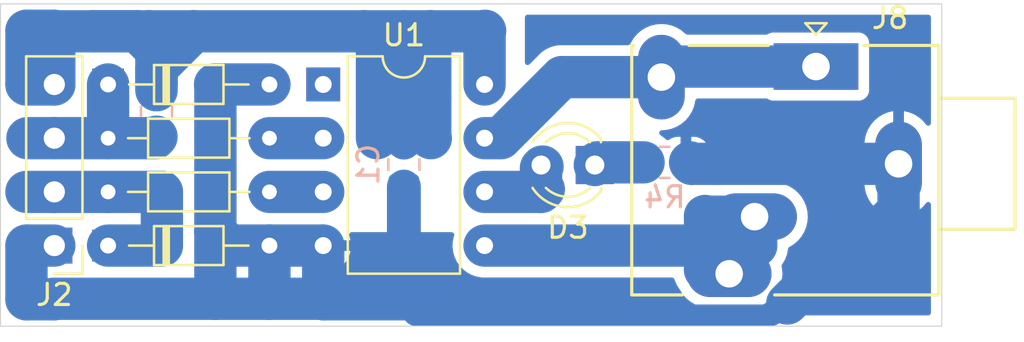
<source format=kicad_pcb>
(kicad_pcb (version 20211014) (generator pcbnew)
  (layers (0 "F.Cu" signal) (31 "B.Cu" signal) (34 "B.Paste" user) (35 "F.Paste" user) (36 "B.SilkS" user "B.Silkscreen") (37 "F.SilkS" user "F.Silkscreen") (38 "B.Mask" user) (39 "F.Mask" user) (44 "Edge.Cuts" user))
  (net 0 "")
  (net 1 "/USB_M")
  (net 2 "/PB3")
  (net 3 "/PB4")
  (net 4 "/PB0")
  (net 5 "/GND")
  (net 6 "/USB_P")
  (net 7 "/VCC")
  (net 8 "/PB2")
  (net 9 "/PB1")
  (net 10 "/PB5")
  (net 11 "Net-(D3-Pad1)")
  (footprint "Resistor_THT:R_Axial_DIN0204_L3.6mm_D1.6mm_P7.62mm_Horizontal" (layer "F.Cu") (at 93.65 98.73 180)
    (fp_text reference "R1" hide)
    (fp_text value "68" hide)
    (fp_line (start 1.89 -0.92) (end 1.89 0.92) (layer "F.SilkS") (width 0.12))
    (fp_line (start 0.94 0) (end 1.89 0) (layer "F.SilkS") (width 0.12))
    (fp_line (start 5.73 -0.92) (end 1.89 -0.92) (layer "F.SilkS") (width 0.12))
    (fp_line (start 6.68 0) (end 5.73 0) (layer "F.SilkS") (width 0.12))
    (fp_line (start 5.73 0.92) (end 5.73 -0.92) (layer "F.SilkS") (width 0.12))
    (fp_line (start 1.89 0.92) (end 5.73 0.92) (layer "F.SilkS") (width 0.12))
    (pad "1" thru_hole circle locked (at 0 0 180) (size 1.4 1.4) (drill 0.7) (layers *.Cu *.Mask) (net 2 "/PB3"))
    (pad "2" thru_hole oval locked (at 7.62 0 180) (size 1.4 1.4) (drill 0.7) (layers *.Cu *.Mask) (net 1 "/USB_M"))
  )
  (footprint "Resistor_THT:R_Axial_DIN0204_L3.6mm_D1.6mm_P7.62mm_Horizontal" (layer "F.Cu") (at 93.65 101.27 180)
    (fp_text reference "R2" hide)
    (fp_text value "68" hide)
    (fp_line (start 1.89 -0.92) (end 1.89 0.92) (layer "F.SilkS") (width 0.12))
    (fp_line (start 6.68 0) (end 5.73 0) (layer "F.SilkS") (width 0.12))
    (fp_line (start 5.73 0.92) (end 5.73 -0.92) (layer "F.SilkS") (width 0.12))
    (fp_line (start 5.73 -0.92) (end 1.89 -0.92) (layer "F.SilkS") (width 0.12))
    (fp_line (start 1.89 0.92) (end 5.73 0.92) (layer "F.SilkS") (width 0.12))
    (fp_line (start 0.94 0) (end 1.89 0) (layer "F.SilkS") (width 0.12))
    (pad "1" thru_hole circle locked (at 0 0 180) (size 1.4 1.4) (drill 0.7) (layers *.Cu *.Mask) (net 3 "/PB4"))
    (pad "2" thru_hole oval locked (at 7.62 0 180) (size 1.4 1.4) (drill 0.7) (layers *.Cu *.Mask) (net 6 "/USB_P"))
  )
  (footprint "Diode_THT:D_DO-34_SOD68_P7.62mm_Horizontal" (layer "F.Cu") (at 86.03 96.19)
    (fp_text reference "D1" hide)
    (fp_text value "3.6V" hide)
    (fp_line (start 2.17 -0.92) (end 2.17 0.92) (layer "F.SilkS") (width 0.12))
    (fp_line (start 6.63 0) (end 5.45 0) (layer "F.SilkS") (width 0.12))
    (fp_line (start 5.45 -0.92) (end 2.17 -0.92) (layer "F.SilkS") (width 0.12))
    (fp_line (start 0.99 0) (end 2.17 0) (layer "F.SilkS") (width 0.12))
    (fp_line (start 2.17 0.92) (end 5.45 0.92) (layer "F.SilkS") (width 0.12))
    (fp_line (start 2.866 -0.92) (end 2.866 0.92) (layer "F.SilkS") (width 0.12))
    (fp_line (start 2.626 -0.92) (end 2.626 0.92) (layer "F.SilkS") (width 0.12))
    (fp_line (start 2.746 -0.92) (end 2.746 0.92) (layer "F.SilkS") (width 0.12))
    (fp_line (start 5.45 0.92) (end 5.45 -0.92) (layer "F.SilkS") (width 0.12))
    (pad "1" thru_hole rect locked (at 0 0) (size 1.5 1.5) (drill 0.75) (layers *.Cu *.Mask) (net 1 "/USB_M"))
    (pad "2" thru_hole oval locked (at 7.62 0) (size 1.5 1.5) (drill 0.75) (layers *.Cu *.Mask) (net 5 "/GND"))
  )
  (footprint "Diode_THT:D_DO-34_SOD68_P7.62mm_Horizontal" (layer "F.Cu") (at 86.03 103.81)
    (fp_text reference "D2" hide)
    (fp_text value "3.6V" hide)
    (fp_line (start 5.45 -0.92) (end 2.17 -0.92) (layer "F.SilkS") (width 0.12))
    (fp_line (start 2.626 -0.92) (end 2.626 0.92) (layer "F.SilkS") (width 0.12))
    (fp_line (start 2.866 -0.92) (end 2.866 0.92) (layer "F.SilkS") (width 0.12))
    (fp_line (start 5.45 0.92) (end 5.45 -0.92) (layer "F.SilkS") (width 0.12))
    (fp_line (start 2.746 -0.92) (end 2.746 0.92) (layer "F.SilkS") (width 0.12))
    (fp_line (start 0.99 0) (end 2.17 0) (layer "F.SilkS") (width 0.12))
    (fp_line (start 2.17 0.92) (end 5.45 0.92) (layer "F.SilkS") (width 0.12))
    (fp_line (start 6.63 0) (end 5.45 0) (layer "F.SilkS") (width 0.12))
    (fp_line (start 2.17 -0.92) (end 2.17 0.92) (layer "F.SilkS") (width 0.12))
    (pad "1" thru_hole rect locked (at 0 0) (size 1.5 1.5) (drill 0.75) (layers *.Cu *.Mask) (net 6 "/USB_P"))
    (pad "2" thru_hole oval locked (at 7.62 0) (size 1.5 1.5) (drill 0.75) (layers *.Cu *.Mask) (net 5 "/GND"))
  )
  (footprint "Connector_PinHeader_2.54mm:PinHeader_1x04_P2.54mm_Vertical" (layer "F.Cu") (at 83.49 103.81 180)
    (fp_text reference "J2" (at 0 -2.33) (layer "F.SilkS"))
    (fp_text value "Conn_01x04_Male" hide)
    (fp_line (start 1.33 1.27) (end 1.33 8.95) (layer "F.SilkS") (width 0.12))
    (fp_line (start -1.33 1.27) (end -1.33 8.95) (layer "F.SilkS") (width 0.12))
    (fp_line (start -1.33 0) (end -1.33 -1.33) (layer "F.SilkS") (width 0.12))
    (fp_line (start -1.33 1.27) (end 1.33 1.27) (layer "F.SilkS") (width 0.12))
    (fp_line (start -1.33 8.95) (end 1.33 8.95) (layer "F.SilkS") (width 0.12))
    (fp_line (start -1.33 -1.33) (end 0 -1.33) (layer "F.SilkS") (width 0.12))
    (pad "1" thru_hole rect locked (at 0 0 180) (size 1.7 1.7) (drill 1) (layers *.Cu *.Mask) (net 5 "/GND"))
    (pad "2" thru_hole oval locked (at 0 2.54 180) (size 1.7 1.7) (drill 1) (layers *.Cu *.Mask) (net 6 "/USB_P"))
    (pad "3" thru_hole oval locked (at 0 5.08 180) (size 1.7 1.7) (drill 1) (layers *.Cu *.Mask) (net 1 "/USB_M"))
    (pad "4" thru_hole oval locked (at 0 7.62 180) (size 1.7 1.7) (drill 1) (layers *.Cu *.Mask) (net 7 "/VCC"))
  )
  (footprint "Package_DIP:DIP-8_W7.62mm" (layer "F.Cu") (at 96.19 96.19)
    (fp_text reference "U1" (at 3.81 -2.33) (layer "F.SilkS"))
    (fp_text value "ATtiny85-20PU" hide)
    (fp_line (start 6.46 -1.33) (end 4.81 -1.33) (layer "F.SilkS") (width 0.12))
    (fp_line (start 6.46 8.95) (end 6.46 -1.33) (layer "F.SilkS") (width 0.12))
    (fp_line (start 2.81 -1.33) (end 1.16 -1.33) (layer "F.SilkS") (width 0.12))
    (fp_line (start 1.16 -1.33) (end 1.16 8.95) (layer "F.SilkS") (width 0.12))
    (fp_line (start 1.16 8.95) (end 6.46 8.95) (layer "F.SilkS") (width 0.12))
    (fp_arc (start 4.81 -1.33) (mid 3.81 -0.33) (end 2.81 -1.33) (layer "F.SilkS") (width 0.12))
    (pad "1" thru_hole rect locked (at 0 0) (size 1.6 1.6) (drill 0.8) (layers *.Cu *.Mask) (net 10 "/PB5"))
    (pad "2" thru_hole oval locked (at 0 2.54) (size 1.6 1.6) (drill 0.8) (layers *.Cu *.Mask) (net 2 "/PB3"))
    (pad "3" thru_hole oval locked (at 0 5.08) (size 1.6 1.6) (drill 0.8) (layers *.Cu *.Mask) (net 3 "/PB4"))
    (pad "4" thru_hole oval locked (at 0 7.62) (size 1.6 1.6) (drill 0.8) (layers *.Cu *.Mask) (net 5 "/GND"))
    (pad "5" thru_hole oval locked (at 7.62 7.62) (size 1.6 1.6) (drill 0.8) (layers *.Cu *.Mask) (net 4 "/PB0"))
    (pad "6" thru_hole oval locked (at 7.62 5.08) (size 1.6 1.6) (drill 0.8) (layers *.Cu *.Mask) (net 9 "/PB1"))
    (pad "7" thru_hole oval locked (at 7.62 2.54) (size 1.6 1.6) (drill 0.8) (layers *.Cu *.Mask) (net 8 "/PB2"))
    (pad "8" thru_hole oval locked (at 7.62 0) (size 1.6 1.6) (drill 0.8) (layers *.Cu *.Mask) (net 7 "/VCC"))
  )
  (footprint "LED_THT:LED_D3.0mm" (layer "F.Cu") (at 109.017 100 180)
    (fp_text reference "D3" (at 1.27 -2.96) (layer "F.SilkS"))
    (fp_text value "LED")
    (fp_line (start -0.29 -1.236) (end -0.29 -1.08) (layer "F.SilkS") (width 0.12))
    (fp_line (start -0.29 1.08) (end -0.29 1.236) (layer "F.SilkS") (width 0.12))
    (fp_arc (start -0.29 -1.235516) (mid 1.366487 -1.987659) (end 2.942335 -1.078608) (layer "F.SilkS") (width 0.12))
    (fp_arc (start 2.31113 1.079837) (mid 1.270117 1.5) (end 0.229039 1.08) (layer "F.SilkS") (width 0.12))
    (fp_arc (start 0.229039 -1.08) (mid 1.270117 -1.5) (end 2.31113 -1.079837) (layer "F.SilkS") (width 0.12))
    (fp_arc (start 2.942335 1.078608) (mid 1.366487 1.987659) (end -0.29 1.235516) (layer "F.SilkS") (width 0.12))
    (pad "1" thru_hole rect (at 0 0 180) (size 1.8 1.8) (drill 0.9) (layers *.Cu *.Mask) (net 11 "Net-(D3-Pad1)"))
    (pad "2" thru_hole circle (at 2.54 0 180) (size 1.8 1.8) (drill 0.9) (layers *.Cu *.Mask) (net 9 "/PB1"))
  )
  (footprint "Connector_Audio:Jack_3.5mm_Ledino_KB3SPRS_Horizontal" (layer "F.Cu") (at 119.462 95.3425 180)
    (fp_text reference "J8" (at -3.5 2.3) (layer "F.SilkS"))
    (fp_text value "AudioJack2_Ground_Switch")
    (fp_line (start 0.5 2.05) (end 0 1.5) (layer "F.SilkS") (width 0.12))
    (fp_line (start 6.3 -10.8) (end 8.7 -10.8) (layer "F.SilkS") (width 0.15))
    (fp_line (start -0.5 2.05) (end 0.5 2.05) (layer "F.SilkS") (width 0.12))
    (fp_line (start 6 1) (end 2.25 1) (layer "F.SilkS") (width 0.15))
    (fp_line (start -5.8 -7.7) (end -9.4 -7.7) (layer "F.SilkS") (width 0.15))
    (fp_line (start -5.8 -10.8) (end 1.95 -10.8) (layer "F.SilkS") (width 0.15))
    (fp_line (start 8.7 1) (end 8.6 1) (layer "F.SilkS") (width 0.15))
    (fp_line (start -5.8 1) (end -5.8 -10.8) (layer "F.SilkS") (width 0.15))
    (fp_line (start 0 1.5) (end -0.5 2.05) (layer "F.SilkS") (width 0.12))
    (fp_line (start -9.4 -1.5) (end -5.8 -1.5) (layer "F.SilkS") (width 0.15))
    (fp_line (start 8.7 -10.8) (end 8.7 1) (layer "F.SilkS") (width 0.15))
    (fp_line (start -2.25 1) (end -5.8 1) (layer "F.SilkS") (width 0.15))
    (fp_line (start -9.4 -7.7) (end -9.4 -1.5) (layer "F.SilkS") (width 0.15))
    (pad "R" thru_hole oval (at 4.1 -9.8 180) (size 4 2.2) (drill 1.3) (layers *.Cu *.Mask) (net 4 "/PB0"))
    (pad "RN" thru_hole oval (at 2.9 -7.1 180) (size 4 2.2) (drill 1.3) (layers *.Cu *.Mask) (net 4 "/PB0"))
    (pad "S" thru_hole oval (at -3.9 -4.6 180) (size 2.2 4) (drill 1.3) (layers *.Cu *.Mask) (net 5 "/GND"))
    (pad "T" thru_hole rect (at 0 0 180) (size 4 2.2) (drill 1.3) (layers *.Cu *.Mask) (net 8 "/PB2"))
    (pad "TN" thru_hole oval (at 7.3 -0.5 270) (size 4 2.2) (drill 1.3) (layers *.Cu *.Mask) (net 8 "/PB2"))
  )
  (footprint "Resistor_SMD:R_0805_2012Metric_Pad1.20x1.40mm_HandSolder" (layer "B.Cu") (at 88.316 97.46 -90)
    (fp_text reference "R3" hide)
    (fp_text value "2.2K" hide)
    (fp_line (start -0.227064 0.735) (end 0.227064 0.735) (layer "B.SilkS") (width 0.12))
    (fp_line (start -0.227064 -0.735) (end 0.227064 -0.735) (layer "B.SilkS") (width 0.12))
    (pad "1" smd roundrect locked (at -1 0 270) (size 1.2 1.4) (layers "B.Cu" "B.Paste" "B.Mask") (roundrect_rratio 0.2083333333) (net 7 "/VCC"))
    (pad "2" smd roundrect locked (at 1 0 270) (size 1.2 1.4) (layers "B.Cu" "B.Paste" "B.Mask") (roundrect_rratio 0.2083333333) (net 1 "/USB_M"))
  )
  (footprint "Capacitor_SMD:C_0805_2012Metric_Pad1.18x1.45mm_HandSolder" (layer "B.Cu") (at 100 99.9785 -90)
    (fp_text reference "C1" (at 0 1.68 90) (layer "B.SilkS") (effects (justify mirror)))
    (fp_text value "0.1")
    (fp_line (start -0.261252 0.735) (end 0.261252 0.735) (layer "B.SilkS") (width 0.12))
    (fp_line (start -0.261252 -0.735) (end 0.261252 -0.735) (layer "B.SilkS") (width 0.12))
    (pad "1" smd roundrect locked (at -1.0375 0 270) (size 1.175 1.45) (layers "B.Cu" "B.Paste" "B.Mask") (roundrect_rratio 0.2127659574) (net 7 "/VCC"))
    (pad "2" smd roundrect locked (at 1.0375 0 270) (size 1.175 1.45) (layers "B.Cu" "B.Paste" "B.Mask") (roundrect_rratio 0.2127659574) (net 5 "/GND"))
  )
  (footprint "Resistor_SMD:R_0805_2012Metric_Pad1.20x1.40mm_HandSolder" (layer "B.Cu") (at 112.319 99.873)
    (fp_text reference "R4" (at 0 1.65) (layer "B.SilkS") (effects (justify mirror)))
    (fp_text value "1k")
    (fp_line (start -0.227064 0.735) (end 0.227064 0.735) (layer "B.SilkS") (width 0.12))
    (fp_line (start -0.227064 -0.735) (end 0.227064 -0.735) (layer "B.SilkS") (width 0.12))
    (pad "1" smd roundrect (at -1 0) (size 1.2 1.4) (layers "B.Cu" "B.Paste" "B.Mask") (roundrect_rratio 0.208333) (net 11 "Net-(D3-Pad1)"))
    (pad "2" smd roundrect (at 1 0) (size 1.2 1.4) (layers "B.Cu" "B.Paste" "B.Mask") (roundrect_rratio 0.208333) (net 5 "/GND"))
  )
  (gr_line (start 80.95 92.38) (end 80.95 107.62) (layer "Edge.Cuts") (width 0.05))
  (gr_line (start 125.4 92.38) (end 125.4 107.62) (layer "Edge.Cuts") (width 0.05))
  (gr_line (start 80.95 92.38) (end 125.4 92.38) (layer "Edge.Cuts") (width 0.05))
  (gr_line (start 80.95 107.62) (end 125.4 107.62) (layer "Edge.Cuts") (width 0.05))
  (segment (start 86.03 98.73) (end 88.24552 98.73) (width 2) (layer "B.Cu") (net 1))
  (segment (start 83.49 98.73) (end 86.03 98.73) (width 2) (layer "B.Cu") (net 1))
  (segment (start 83.49 98.73) (end 82.22 98.73) (width 2) (layer "B.Cu") (net 1))
  (segment (start 86.03 98.73) (end 86.03 96.19) (width 2) (layer "B.Cu") (net 1))
  (segment (start 88.24552 98.73) (end 88.316 98.65952) (width 2) (layer "B.Cu") (net 1))
  (segment (start 96.19 98.73) (end 93.65 98.73) (width 2) (layer "B.Cu") (net 2))
  (segment (start 96.19 101.27) (end 93.65 101.27) (width 2) (layer "B.Cu") (net 3))
  (segment (start 115.362 105.1425) (end 114.4135 105.1425) (width 2) (layer "B.Cu") (net 4))
  (segment (start 114.2535 102.4425) (end 116.562 102.4425) (width 2) (layer "B.Cu") (net 4))
  (segment (start 114.4135 105.1425) (end 114.224 104.953) (width 2) (layer "B.Cu") (net 4))
  (segment (start 103.81 103.81) (end 116.637 103.81) (width 2) (layer "B.Cu") (net 4))
  (segment (start 116.637 103.81) (end 116.637 102.5175) (width 2) (layer "B.Cu") (net 4))
  (segment (start 114.224 104.953) (end 114.224 102.413) (width 2) (layer "B.Cu") (net 4))
  (segment (start 116.637 102.5175) (end 116.562 102.4425) (width 2) (layer "B.Cu") (net 4))
  (segment (start 114.224 102.413) (end 114.2535 102.4425) (width 2) (layer "B.Cu") (net 4))
  (segment (start 96.19 103.81) (end 96.19 106.3246) (width 2) (layer "B.Cu") (net 5))
  (segment (start 100 106.58748) (end 100.508 107.09548) (width 1) (layer "B.Cu") (net 5))
  (segment (start 91.745 103.81) (end 91.0973 103.1623) (width 2) (layer "B.Cu") (net 5))
  (segment (start 93.65 103.81) (end 93.65 106.2992) (width 2) (layer "B.Cu") (net 5))
  (segment (start 100 106.35) (end 100 106.58748) (width 1) (layer "B.Cu") (net 5))
  (segment (start 100 101.016) (end 100 106.35) (width 1.6) (layer "B.Cu") (net 5))
  (segment (start 91.0846 96.19) (end 91.0973 96.2027) (width 2) (layer "B.Cu") (net 5))
  (segment (start 83.4646 106.35) (end 83.49 106.3246) (width 2) (layer "B.Cu") (net 5))
  (segment (start 113.58802 99.9425) (end 113.51852 99.873) (width 2) (layer "B.Cu") (net 5))
  (segment (start 120.6785 104.826) (end 119.830512 104.826) (width 2) (layer "B.Cu") (net 5))
  (segment (start 91.0973 106.3246) (end 83.49 106.3246) (width 2) (layer "B.Cu") (net 5))
  (segment (start 93.65 103.81) (end 96.19 103.81) (width 2) (layer "B.Cu") (net 5))
  (segment (start 82.17501 103.81) (end 82.17501 106.35) (width 2) (layer "B.Cu") (net 5))
  (segment (start 93.6246 106.3246) (end 91.0973 106.3246) (width 2) (layer "B.Cu") (net 5))
  (segment (start 123.362 99.9425) (end 123.362 102.1425) (width 2) (layer "B.Cu") (net 5))
  (segment (start 91.0973 96.2027) (end 91.0973 103.1623) (width 2) (layer "B.Cu") (net 5))
  (segment (start 119.830512 104.826) (end 118.106756 106.549756) (width 2) (layer "B.Cu") (net 5))
  (segment (start 93.65 103.81) (end 91.745 103.81) (width 2) (layer "B.Cu") (net 5))
  (segment (start 93.65 106.2992) (end 93.6246 106.3246) (width 2) (layer "B.Cu") (net 5))
  (segment (start 93.65 96.19) (end 91.0846 96.19) (width 2) (layer "B.Cu") (net 5))
  (segment (start 123.362 102.1425) (end 120.6785 104.826) (width 2) (layer "B.Cu") (net 5))
  (segment (start 100 106.35) (end 96.2154 106.35) (width 2) (layer "B.Cu") (net 5))
  (segment (start 91.0973 103.1623) (end 91.0973 106.3246) (width 2) (layer "B.Cu") (net 5))
  (segment (start 82.17501 106.35) (end 83.4646 106.35) (width 2) (layer "B.Cu") (net 5))
  (segment (start 96.19 106.3246) (end 93.6246 106.3246) (width 2) (layer "B.Cu") (net 5))
  (segment (start 96.2154 106.35) (end 96.19 106.3246) (width 2) (layer "B.Cu") (net 5))
  (segment (start 83.49 103.81) (end 82.17501 103.81) (width 2) (layer "B.Cu") (net 5))
  (segment (start 100.508 107.09548) (end 117.41552 107.09548) (width 1) (layer "B.Cu") (net 5))
  (segment (start 123.362 99.9425) (end 113.58802 99.9425) (width 2) (layer "B.Cu") (net 5))
  (segment (start 88.57 101.27) (end 88.57 103.81) (width 2) (layer "B.Cu") (net 6))
  (segment (start 86.03 101.27) (end 88.57 101.27) (width 2) (layer "B.Cu") (net 6))
  (segment (start 83.49 101.27) (end 82.17501 101.27) (width 2) (layer "B.Cu") (net 6))
  (segment (start 88.57 103.81) (end 86.03 103.81) (width 2) (layer "B.Cu") (net 6))
  (segment (start 83.49 101.27) (end 86.03 101.27) (width 2) (layer "B.Cu") (net 6))
  (segment (start 100 93.7008) (end 100.0254 93.6754) (width 1.6) (layer "B.Cu") (net 7))
  (segment (start 82.17501 96.19) (end 82.17501 93.65) (width 2) (layer "B.Cu") (net 7))
  (segment (start 88.316 96.19) (end 88.316 94.031) (width 2) (layer "B.Cu") (net 7))
  (segment (start 88.316 95.428) (end 90.0686 93.6754) (width 2) (layer "B.Cu") (net 7))
  (segment (start 85.2934 93.6754) (end 83.49 93.6754) (width 2) (layer "B.Cu") (net 7))
  (segment (start 101.2446 93.6754) (end 100.0254 93.6754) (width 2) (layer "B.Cu") (net 7))
  (segment (start 98.73 94.285) (end 98.73 98.73) (width 2) (layer "B.Cu") (net 7))
  (segment (start 101.2446 93.6754) (end 101.2446 96.7996) (width 2) (layer "B.Cu") (net 7))
  (segment (start 103.81 96.19) (end 103.81 93.6754) (width 2) (layer "B.Cu") (net 7))
  (segment (start 88.316 94.031) (end 87.9604 93.6754) (width 2) (layer "B.Cu") (net 7))
  (segment (start 83.49 93.6754) (end 83.4646 93.65) (width 2) (layer "B.Cu") (net 7))
  (segment (start 103.8354 93.65) (end 103.81 93.6754) (width 2) (layer "B.Cu") (net 7))
  (segment (start 90.0686 93.6754) (end 87.9604 93.6754) (width 2) (layer "B.Cu") (net 7))
  (segment (start 100.0254 93.6754) (end 98.1204 93.6754) (width 2) (layer "B.Cu") (net 7))
  (segment (start 98.1204 93.6754) (end 98.73 94.285) (width 2) (layer "B.Cu") (net 7))
  (segment (start 98.1204 93.6754) (end 90.0686 93.6754) (width 2) (layer "B.Cu") (net 7))
  (segment (start 85.2934 93.6754) (end 87.414422 93.6754) (width 2) (layer "B.Cu") (net 7))
  (segment (start 88.316 96.46) (end 88.316 96.19) (width 2) (layer "B.Cu") (net 7))
  (segment (start 100 98.941) (end 100 93.7008) (width 1.6) (layer "B.Cu") (net 7))
  (segment (start 101.2446 98.7046) (end 101.27 98.73) (width 2) (layer "B.Cu") (net 7))
  (segment (start 87.9604 93.6754) (end 85.2934 93.6754) (width 2) (layer "B.Cu") (net 7))
  (segment (start 82.17501 93.65) (end 83.4646 93.65) (width 2) (layer "B.Cu") (net 7))
  (segment (start 103.81 93.6754) (end 101.2446 93.6754) (width 2) (layer "B.Cu") (net 7))
  (segment (start 83.49 96.19) (end 82.17501 96.19) (width 2) (layer "B.Cu") (net 7))
  (segment (start 87.414422 93.6754) (end 88.316 94.576978) (width 2) (layer "B.Cu") (net 7))
  (segment (start 88.316 94.576978) (end 88.316 96.19) (width 2) (layer "B.Cu") (net 7))
  (segment (start 83.49 96.19) (end 83.49 93.6754) (width 2) (layer "B.Cu") (net 7))
  (segment (start 101.2446 96.7996) (end 101.2446 98.7046) (width 2) (layer "B.Cu") (net 7))
  (segment (start 88.316 96.46) (end 88.316 95.428) (width 2) (layer "B.Cu") (net 7))
  (segment (start 119.462 95.3425) (end 112.662 95.3425) (width 2) (layer "B.Cu") (net 8))
  (segment (start 103.81 98.73) (end 104.572 98.73) (width 2) (layer "B.Cu") (net 8))
  (segment (start 112.662 95.3425) (end 112.162 95.8425) (width 2) (layer "B.Cu") (net 8))
  (segment (start 104.572 98.73) (end 107.4595 95.8425) (width 2) (layer "B.Cu") (net 8))
  (segment (start 107.4595 95.8425) (end 112.162 95.8425) (width 2) (layer "B.Cu") (net 8))
  (segment (start 106.477 101.27) (end 106.604 101.143) (width 2) (layer "B.Cu") (net 9))
  (segment (start 106.604 101.143) (end 106.477 101.016) (width 2) (layer "B.Cu") (net 9))
  (segment (start 103.81 101.27) (end 106.477 101.27) (width 2) (layer "B.Cu") (net 9))
  (segment (start 106.477 100.141434) (end 106.547717 100.070717) (width 2) (layer "B.Cu") (net 9))
  (segment (start 106.477 101.016) (end 106.477 100.141434) (width 2) (layer "B.Cu") (net 9))
  (segment (start 111.319 99.873) (end 109.144 99.873) (width 2) (layer "B.Cu") (net 11))
  (segment (start 109.144 99.873) (end 109.017 100) (width 2) (layer "B.Cu") (net 11))
  (zone (net 5) (net_name "/GND") (layer "B.Cu") (connect_pads (clearance 0.508)) (min_thickness 0.254) (fill yes (thermal_gap 0.508) (thermal_bridge_width 0.508))
    (polygon (pts (xy 125.4 107.62) (xy 96.19 107.62) (xy 96.19 103.175) (xy 105.715 103.175) (xy 105.715 92.38) (xy 125.4 92.38)))
  )
)
</source>
